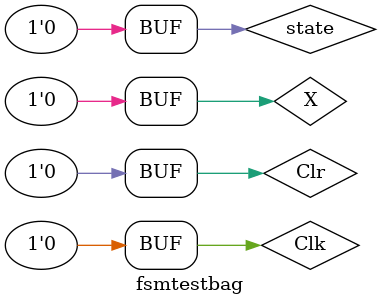
<source format=v>
`timescale 1ns / 1ps


module fsmtestbag;

	// Inputs
	reg Clk;
	reg Clr;
	reg X;

	// Outputs
	wire Z;

	// Instantiate the Unit Under Test (UUT)
	fsm uut (
		.Clk(Clk), 
		.Clr(Clr), 
		.X(X), 
		.Z(Z)
	);

	initial begin
		// Initialize Inputs
		Clk = 0;
		Clr = 0;
		X = 0;
		state=2'b00;
		// Wait 100 ns for global reset to finish
		#100;
        
		// Add stimulus here

	end
      
endmodule


</source>
